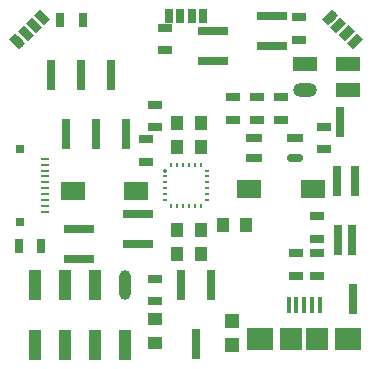
<source format=gbr>
G04 #@! TF.FileFunction,Soldermask,Top*
%FSLAX46Y46*%
G04 Gerber Fmt 4.6, Leading zero omitted, Abs format (unit mm)*
G04 Created by KiCad (PCBNEW (2014-12-04 BZR 5312)-product) date St 22. apríl 2015, 11:14:28 CEST*
%MOMM*%
G01*
G04 APERTURE LIST*
%ADD10C,0.100000*%
%ADD11R,1.300000X0.700000*%
%ADD12R,0.700000X1.300000*%
%ADD13R,0.400000X1.400000*%
%ADD14R,1.850000X1.900000*%
%ADD15R,2.300000X1.900000*%
%ADD16R,2.000000X1.600000*%
%ADD17O,2.000000X1.200000*%
%ADD18R,2.000000X1.200000*%
%ADD19R,1.250000X1.000000*%
%ADD20R,1.000000X1.250000*%
%ADD21R,1.198880X1.198880*%
%ADD22O,1.400000X0.700000*%
%ADD23R,1.400000X0.700000*%
%ADD24R,0.700000X2.500000*%
%ADD25R,2.500000X0.700000*%
%ADD26C,0.720000*%
%ADD27O,0.720000X1.200000*%
%ADD28R,0.720000X1.200000*%
%ADD29O,0.350000X0.280000*%
%ADD30R,0.350000X0.280000*%
%ADD31R,0.280000X0.350000*%
%ADD32O,1.000000X2.540000*%
%ADD33R,1.000000X2.540000*%
%ADD34R,0.650000X0.250000*%
%ADD35R,0.800000X0.700000*%
G04 APERTURE END LIST*
D10*
D11*
X237642400Y-84465200D03*
X237642400Y-82565200D03*
D12*
X212359200Y-85064600D03*
X214259200Y-85064600D03*
D11*
X235864400Y-87614800D03*
X235864400Y-85714800D03*
X237642400Y-87614800D03*
X237642400Y-85714800D03*
X223850200Y-87848400D03*
X223850200Y-89748400D03*
X238175800Y-74996000D03*
X238175800Y-76896000D03*
X230530400Y-74406800D03*
X230530400Y-72506800D03*
X232562400Y-74406800D03*
X232562400Y-72506800D03*
X234594400Y-74406800D03*
X234594400Y-72506800D03*
D13*
X235220000Y-90090000D03*
X235870000Y-90090000D03*
X236520000Y-90090000D03*
X237170000Y-90090000D03*
X237820000Y-90090000D03*
D14*
X235395000Y-92940000D03*
X237645000Y-92940000D03*
D15*
X232770000Y-92940000D03*
X240270000Y-92940000D03*
D16*
X216908400Y-80416400D03*
X222308400Y-80416400D03*
X231843600Y-80264000D03*
X237243600Y-80264000D03*
D17*
X236554400Y-71889800D03*
D18*
X240254400Y-71889800D03*
X240254400Y-69689800D03*
X236554400Y-69689800D03*
D11*
X223926400Y-75016400D03*
X223926400Y-73116400D03*
X223113600Y-77937400D03*
X223113600Y-76037400D03*
D19*
X223850200Y-91303600D03*
X223850200Y-93303600D03*
D20*
X229632000Y-83286600D03*
X231632000Y-83286600D03*
X225771200Y-85801200D03*
X227771200Y-85801200D03*
X225771200Y-83769200D03*
X227771200Y-83769200D03*
X227771200Y-74676000D03*
X225771200Y-74676000D03*
X227771200Y-76708000D03*
X225771200Y-76708000D03*
D21*
X230378000Y-93505020D03*
X230378000Y-91406980D03*
D22*
X235785600Y-77659600D03*
D23*
X232285600Y-77659600D03*
X232285600Y-75959600D03*
X235785600Y-75959600D03*
D24*
X239318800Y-79542000D03*
X240588800Y-84542000D03*
X226110800Y-88381200D03*
X227380800Y-93381200D03*
X228650800Y-88381200D03*
X221411800Y-75601200D03*
X220141800Y-70601200D03*
X218871800Y-75601200D03*
X217601800Y-70601200D03*
X216331800Y-75601200D03*
X215061800Y-70601200D03*
D25*
X233792400Y-65608200D03*
X228792400Y-66878200D03*
X233792400Y-68148200D03*
X228792400Y-69418200D03*
D24*
X240614200Y-89545800D03*
X239344200Y-84545800D03*
D25*
X217464000Y-86182200D03*
X222464000Y-84912200D03*
X222489400Y-82372200D03*
X217489400Y-83642200D03*
D12*
X215889800Y-65938400D03*
X217789800Y-65938400D03*
D11*
X224764600Y-66588600D03*
X224764600Y-68488600D03*
X236093000Y-65699600D03*
X236093000Y-67599600D03*
D26*
X212417868Y-67901443D02*
X212078456Y-67562031D01*
D10*
G36*
X213612879Y-67215549D02*
X213103762Y-67724666D01*
X212255233Y-66876137D01*
X212764350Y-66367020D01*
X213612879Y-67215549D01*
X213612879Y-67215549D01*
G37*
G36*
X214298772Y-66529655D02*
X213789655Y-67038772D01*
X212941126Y-66190243D01*
X213450243Y-65681126D01*
X214298772Y-66529655D01*
X214298772Y-66529655D01*
G37*
G36*
X214984666Y-65843762D02*
X214475549Y-66352879D01*
X213627020Y-65504350D01*
X214136137Y-64995233D01*
X214984666Y-65843762D01*
X214984666Y-65843762D01*
G37*
G36*
X214984666Y-65843762D02*
X214475549Y-66352879D01*
X213627020Y-65504350D01*
X214136137Y-64995233D01*
X214984666Y-65843762D01*
X214984666Y-65843762D01*
G37*
G36*
X214298772Y-66529655D02*
X213789655Y-67038772D01*
X212941126Y-66190243D01*
X213450243Y-65681126D01*
X214298772Y-66529655D01*
X214298772Y-66529655D01*
G37*
G36*
X213612879Y-67215549D02*
X213103762Y-67724666D01*
X212255233Y-66876137D01*
X212764350Y-66367020D01*
X213612879Y-67215549D01*
X213612879Y-67215549D01*
G37*
G36*
X212926985Y-67901443D02*
X212417868Y-68410560D01*
X211569339Y-67562031D01*
X212078456Y-67052914D01*
X212926985Y-67901443D01*
X212926985Y-67901443D01*
G37*
D27*
X225059800Y-65585800D03*
D28*
X226029800Y-65585800D03*
X226999800Y-65585800D03*
X227969800Y-65585800D03*
X227969800Y-65585800D03*
X226999800Y-65585800D03*
X226029800Y-65585800D03*
X225059800Y-65585800D03*
D26*
X238565357Y-65853268D02*
X238904769Y-65513856D01*
D10*
G36*
X239251251Y-67048279D02*
X238742134Y-66539162D01*
X239590663Y-65690633D01*
X240099780Y-66199750D01*
X239251251Y-67048279D01*
X239251251Y-67048279D01*
G37*
G36*
X239937145Y-67734172D02*
X239428028Y-67225055D01*
X240276557Y-66376526D01*
X240785674Y-66885643D01*
X239937145Y-67734172D01*
X239937145Y-67734172D01*
G37*
G36*
X240623038Y-68420066D02*
X240113921Y-67910949D01*
X240962450Y-67062420D01*
X241471567Y-67571537D01*
X240623038Y-68420066D01*
X240623038Y-68420066D01*
G37*
G36*
X240623038Y-68420066D02*
X240113921Y-67910949D01*
X240962450Y-67062420D01*
X241471567Y-67571537D01*
X240623038Y-68420066D01*
X240623038Y-68420066D01*
G37*
G36*
X239937145Y-67734172D02*
X239428028Y-67225055D01*
X240276557Y-66376526D01*
X240785674Y-66885643D01*
X239937145Y-67734172D01*
X239937145Y-67734172D01*
G37*
G36*
X239251251Y-67048279D02*
X238742134Y-66539162D01*
X239590663Y-65690633D01*
X240099780Y-66199750D01*
X239251251Y-67048279D01*
X239251251Y-67048279D01*
G37*
G36*
X238565357Y-66362385D02*
X238056240Y-65853268D01*
X238904769Y-65004739D01*
X239413886Y-65513856D01*
X238565357Y-66362385D01*
X238565357Y-66362385D01*
G37*
D24*
X240842800Y-79589000D03*
X239572800Y-74589000D03*
D29*
X224770000Y-78690000D03*
D30*
X224770000Y-79190000D03*
X224770000Y-79690000D03*
X224770000Y-80190000D03*
X224770000Y-80690000D03*
X224770000Y-81190000D03*
D31*
X225270000Y-81690000D03*
X225770000Y-81690000D03*
X226270000Y-81690000D03*
X226770000Y-81690000D03*
X227270000Y-81690000D03*
X227770000Y-81690000D03*
D30*
X228270000Y-81190000D03*
X228270000Y-80690000D03*
X228270000Y-80190000D03*
X228270000Y-79690000D03*
X228270000Y-79190000D03*
X228270000Y-78690000D03*
D31*
X227770000Y-78190000D03*
X227270000Y-78190000D03*
X226770000Y-78190000D03*
X226270000Y-78190000D03*
X225770000Y-78190000D03*
X225270000Y-78190000D03*
D32*
X221330000Y-88400000D03*
D33*
X221330000Y-93480000D03*
X218790000Y-88400000D03*
X218790000Y-93480000D03*
X216250000Y-88400000D03*
X216250000Y-93480000D03*
X213710000Y-88400000D03*
X213710000Y-93480000D03*
D34*
X214557500Y-77690000D03*
X214557500Y-78190000D03*
X214557500Y-78690000D03*
X214557500Y-79190000D03*
X214557500Y-79690000D03*
X214557500Y-80190000D03*
X214557500Y-80690000D03*
X214557500Y-81190000D03*
X214557500Y-81690000D03*
X214557500Y-82190000D03*
D35*
X212482500Y-76840000D03*
X212482500Y-83040000D03*
M02*

</source>
